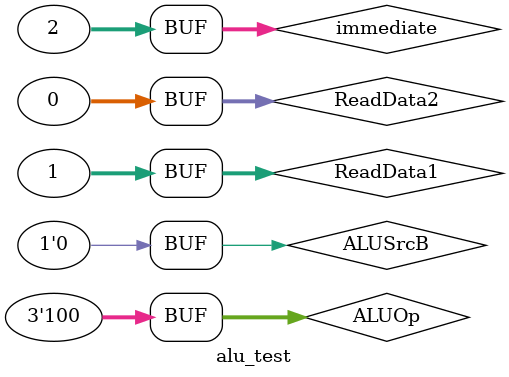
<source format=v>
`timescale 1ns / 1ps


module alu_test;

	// Inputs
	reg [31:0] ReadData1;
	reg [31:0] immediate;
	reg [31:0] ReadData2;
	reg ALUSrcB;
	reg [2:0] ALUOp;

	// Outputs
	wire zero;
	wire [31:0] result;

	// Instantiate the Unit Under Test (UUT)
	ALU uut (
		.ReadData1(ReadData1), 
		.immediate(immediate), 
		.ReadData2(ReadData2), 
		.ALUSrcB(ALUSrcB), 
		.ALUOp(ALUOp), 
		.zero(zero), 
		.result(result)
	);

	initial begin
		ReadData1 = 32'h0001;
		immediate = 32'h0002;
		ReadData2 = 0;
		ALUSrcB = 0;
		ALUOp = 3'b000;
		#100;
      ALUOp = ALUOp + 1;
		#100;
      ALUOp = ALUOp + 1;
		#100;
      ALUOp = ALUOp + 1;#100;
      ALUOp = ALUOp + 1;
		#100;
	end
      
endmodule


</source>
